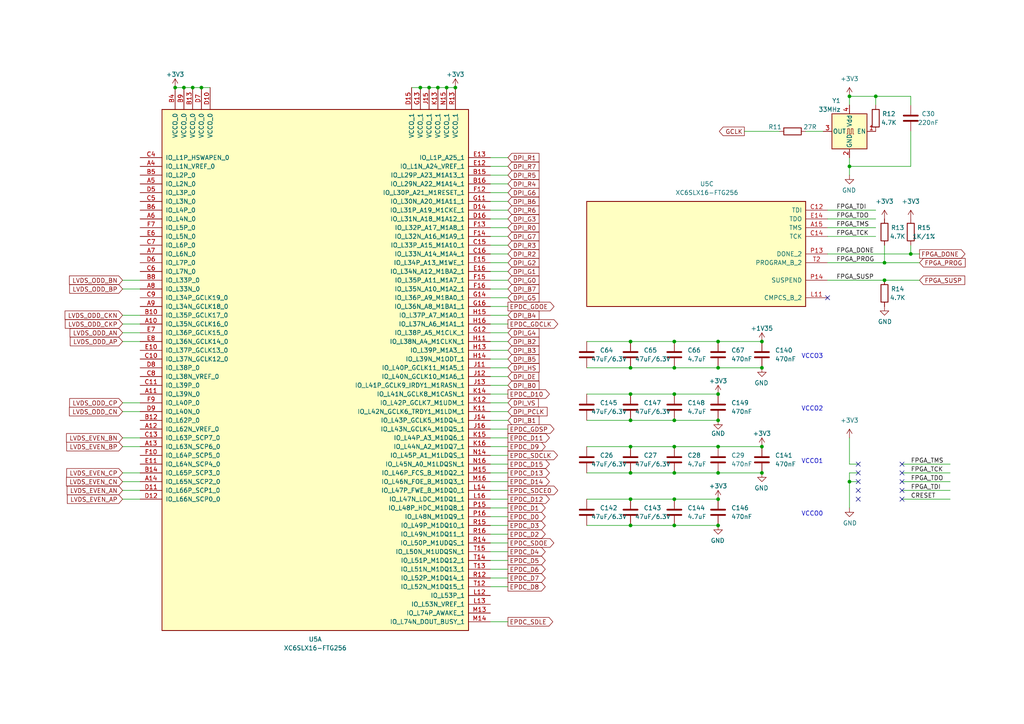
<source format=kicad_sch>
(kicad_sch (version 20231120) (generator "eeschema") (generator_version "8.0")
  (paper "A4")
  (title_block (title "Caster EPDC") (date "2022-07-03") (rev "R0.4") (company "Copyright 2022 Modos / Engineer: Wenting Zhang"))
  (junction (at 182.88 114.3))
  (junction (at 182.88 137.16))
  (junction (at 208.28 129.54))
  (junction (at 195.58 99.06))
  (junction (at 195.58 106.68))
  (junction (at 182.88 106.68))
  (junction (at 195.58 137.16))
  (junction (at 208.28 114.3))
  (junction (at 182.88 129.54))
  (junction (at 182.88 144.78))
  (junction (at 182.88 121.92))
  (junction (at 195.58 121.92))
  (junction (at 124.46 25.4))
  (junction (at 256.54 76.2))
  (junction (at 127 25.4))
  (junction (at 220.98 99.06))
  (junction (at 264.16 73.66))
  (junction (at 220.98 106.68))
  (junction (at 58.42 25.4))
  (junction (at 132.08 25.4))
  (junction (at 195.58 129.54))
  (junction (at 254 27.94))
  (junction (at 182.88 152.4))
  (junction (at 53.34 25.4))
  (junction (at 129.54 25.4))
  (junction (at 208.28 106.68))
  (junction (at 50.8 25.4))
  (junction (at 121.92 25.4))
  (junction (at 220.98 129.54))
  (junction (at 55.88 25.4))
  (junction (at 195.58 114.3))
  (junction (at 195.58 144.78))
  (junction (at 208.28 144.78))
  (junction (at 208.28 137.16))
  (junction (at 256.54 81.28))
  (junction (at 246.38 139.7) (diameter 0.9144))
  (junction (at 246.38 48.26))
  (junction (at 246.38 27.94))
  (junction (at 208.28 99.06))
  (junction (at 208.28 121.92))
  (junction (at 220.98 137.16))
  (junction (at 195.58 152.4))
  (junction (at 208.28 152.4))
  (junction (at 182.88 99.06))
  (no_connect (at 248.92 139.7))
  (no_connect (at 261.62 137.16))
  (no_connect (at 248.92 142.24))
  (no_connect (at 248.92 134.62))
  (no_connect (at 248.92 144.78))
  (no_connect (at 261.62 139.7))
  (no_connect (at 261.62 144.78))
  (no_connect (at 261.62 142.24))
  (no_connect (at 248.92 137.16))
  (no_connect (at 261.62 134.62))
  (no_connect (at 240.03 86.36))
  (wire (pts (xy 195.58 114.3) (xy 182.88 114.3)))
  (wire (pts (xy 147.32 66.04) (xy 142.24 66.04)))
  (wire (pts (xy 55.88 25.4) (xy 58.42 25.4)))
  (wire (pts (xy 58.42 25.4) (xy 60.96 25.4)))
  (wire (pts (xy 147.32 71.12) (xy 142.24 71.12)))
  (wire (pts (xy 240.03 60.96) (xy 254 60.96)))
  (wire (pts (xy 182.88 114.3) (xy 170.18 114.3)))
  (wire (pts (xy 35.56 142.24) (xy 40.64 142.24)))
  (wire (pts (xy 147.32 106.68) (xy 142.24 106.68)))
  (wire (pts (xy 208.28 137.16) (xy 220.98 137.16)))
  (wire (pts (xy 35.56 144.78) (xy 40.64 144.78)))
  (wire (pts (xy 254 27.94) (xy 254 30.48)))
  (wire (pts (xy 147.32 96.52) (xy 142.24 96.52)))
  (wire (pts (xy 142.24 144.78) (xy 147.32 144.78)))
  (wire (pts (xy 147.32 101.6) (xy 142.24 101.6)))
  (wire (pts (xy 264.16 73.66) (xy 266.7 73.66)))
  (wire (pts (xy 248.92 137.16) (xy 246.38 137.16)))
  (wire (pts (xy 195.58 129.54) (xy 208.28 129.54)))
  (wire (pts (xy 233.68 38.1) (xy 238.76 38.1)))
  (wire (pts (xy 254 63.5) (xy 240.03 63.5)))
  (wire (pts (xy 147.32 83.82) (xy 142.24 83.82)))
  (wire (pts (xy 147.32 60.96) (xy 142.24 60.96)))
  (wire (pts (xy 142.24 121.92) (xy 147.32 121.92)))
  (wire (pts (xy 142.24 154.94) (xy 147.32 154.94)))
  (wire (pts (xy 256.54 81.28) (xy 266.7 81.28)))
  (wire (pts (xy 182.88 121.92) (xy 195.58 121.92)))
  (wire (pts (xy 275.59 134.62) (xy 261.62 134.62)))
  (wire (pts (xy 182.88 99.06) (xy 170.18 99.06)))
  (wire (pts (xy 142.24 167.64) (xy 147.32 167.64)))
  (wire (pts (xy 142.24 170.18) (xy 147.32 170.18)))
  (wire (pts (xy 35.56 99.06) (xy 40.64 99.06)))
  (wire (pts (xy 147.32 111.76) (xy 142.24 111.76)))
  (wire (pts (xy 142.24 180.34) (xy 147.32 180.34)))
  (wire (pts (xy 256.54 71.12) (xy 256.54 76.2)))
  (wire (pts (xy 142.24 152.4) (xy 147.32 152.4)))
  (wire (pts (xy 240.03 73.66) (xy 264.16 73.66)))
  (wire (pts (xy 35.56 81.28) (xy 40.64 81.28)))
  (wire (pts (xy 195.58 121.92) (xy 208.28 121.92)))
  (wire (pts (xy 246.38 48.26) (xy 246.38 50.8)))
  (wire (pts (xy 246.38 45.72) (xy 246.38 48.26)))
  (wire (pts (xy 254 66.04) (xy 240.03 66.04)))
  (wire (pts (xy 195.58 114.3) (xy 208.28 114.3)))
  (wire (pts (xy 261.62 137.16) (xy 275.59 137.16)))
  (wire (pts (xy 142.24 165.1) (xy 147.32 165.1)))
  (wire (pts (xy 147.32 50.8) (xy 142.24 50.8)))
  (wire (pts (xy 119.38 25.4) (xy 121.92 25.4)))
  (wire (pts (xy 121.92 25.4) (xy 124.46 25.4)))
  (wire (pts (xy 124.46 25.4) (xy 127 25.4)))
  (wire (pts (xy 35.56 93.98) (xy 40.64 93.98)))
  (wire (pts (xy 246.38 137.16) (xy 246.38 139.7)))
  (wire (pts (xy 147.32 99.06) (xy 142.24 99.06)))
  (wire (pts (xy 248.92 139.7) (xy 246.38 139.7)))
  (wire (pts (xy 182.88 152.4) (xy 170.18 152.4)))
  (wire (pts (xy 35.56 83.82) (xy 40.64 83.82)))
  (wire (pts (xy 147.32 104.14) (xy 142.24 104.14)))
  (wire (pts (xy 147.32 109.22) (xy 142.24 109.22)))
  (wire (pts (xy 142.24 162.56) (xy 147.32 162.56)))
  (wire (pts (xy 35.56 96.52) (xy 40.64 96.52)))
  (wire (pts (xy 195.58 106.68) (xy 208.28 106.68)))
  (wire (pts (xy 142.24 147.32) (xy 147.32 147.32)))
  (wire (pts (xy 147.32 58.42) (xy 142.24 58.42)))
  (wire (pts (xy 254 68.58) (xy 240.03 68.58)))
  (wire (pts (xy 195.58 99.06) (xy 208.28 99.06)))
  (wire (pts (xy 195.58 137.16) (xy 182.88 137.16)))
  (wire (pts (xy 208.28 129.54) (xy 220.98 129.54)))
  (wire (pts (xy 182.88 144.78) (xy 170.18 144.78)))
  (wire (pts (xy 264.16 27.94) (xy 254 27.94)))
  (wire (pts (xy 264.16 27.94) (xy 264.16 30.48)))
  (wire (pts (xy 246.38 139.7) (xy 246.38 147.32)))
  (wire (pts (xy 264.16 71.12) (xy 264.16 73.66)))
  (wire (pts (xy 35.56 139.7) (xy 40.64 139.7)))
  (wire (pts (xy 182.88 129.54) (xy 170.18 129.54)))
  (wire (pts (xy 208.28 99.06) (xy 220.98 99.06)))
  (wire (pts (xy 182.88 121.92) (xy 170.18 121.92)))
  (wire (pts (xy 195.58 106.68) (xy 182.88 106.68)))
  (wire (pts (xy 208.28 106.68) (xy 220.98 106.68)))
  (wire (pts (xy 147.32 45.72) (xy 142.24 45.72)))
  (wire (pts (xy 195.58 129.54) (xy 182.88 129.54)))
  (wire (pts (xy 142.24 137.16) (xy 147.32 137.16)))
  (wire (pts (xy 142.24 124.46) (xy 147.32 124.46)))
  (wire (pts (xy 240.03 81.28) (xy 256.54 81.28)))
  (wire (pts (xy 256.54 76.2) (xy 266.7 76.2)))
  (wire (pts (xy 142.24 149.86) (xy 147.32 149.86)))
  (wire (pts (xy 246.38 134.62) (xy 248.92 134.62)))
  (wire (pts (xy 261.62 144.78) (xy 275.59 144.78)))
  (wire (pts (xy 35.56 116.84) (xy 40.64 116.84)))
  (wire (pts (xy 215.9 38.1) (xy 226.06 38.1)))
  (wire (pts (xy 142.24 139.7) (xy 147.32 139.7)))
  (wire (pts (xy 147.32 91.44) (xy 142.24 91.44)))
  (wire (pts (xy 147.32 68.58) (xy 142.24 68.58)))
  (wire (pts (xy 240.03 76.2) (xy 256.54 76.2)))
  (wire (pts (xy 147.32 81.28) (xy 142.24 81.28)))
  (wire (pts (xy 182.88 137.16) (xy 170.18 137.16)))
  (wire (pts (xy 142.24 88.9) (xy 147.32 88.9)))
  (wire (pts (xy 147.32 76.2) (xy 142.24 76.2)))
  (wire (pts (xy 142.24 134.62) (xy 147.32 134.62)))
  (wire (pts (xy 264.16 38.1) (xy 264.16 48.26)))
  (wire (pts (xy 264.16 48.26) (xy 246.38 48.26)))
  (wire (pts (xy 147.32 48.26) (xy 142.24 48.26)))
  (wire (pts (xy 246.38 127) (xy 246.38 134.62)))
  (wire (pts (xy 195.58 137.16) (xy 208.28 137.16)))
  (wire (pts (xy 147.32 55.88) (xy 142.24 55.88)))
  (wire (pts (xy 142.24 127) (xy 147.32 127)))
  (wire (pts (xy 50.8 25.4) (xy 53.34 25.4)))
  (wire (pts (xy 53.34 25.4) (xy 55.88 25.4)))
  (wire (pts (xy 142.24 132.08) (xy 147.32 132.08)))
  (wire (pts (xy 35.56 137.16) (xy 40.64 137.16)))
  (wire (pts (xy 129.54 25.4) (xy 127 25.4)))
  (wire (pts (xy 132.08 25.4) (xy 129.54 25.4)))
  (wire (pts (xy 142.24 160.02) (xy 147.32 160.02)))
  (wire (pts (xy 147.32 78.74) (xy 142.24 78.74)))
  (wire (pts (xy 147.32 53.34) (xy 142.24 53.34)))
  (wire (pts (xy 147.32 86.36) (xy 142.24 86.36)))
  (wire (pts (xy 35.56 91.44) (xy 40.64 91.44)))
  (wire (pts (xy 182.88 152.4) (xy 195.58 152.4)))
  (wire (pts (xy 275.59 142.24) (xy 261.62 142.24)))
  (wire (pts (xy 182.88 106.68) (xy 170.18 106.68)))
  (wire (pts (xy 35.56 119.38) (xy 40.64 119.38)))
  (wire (pts (xy 195.58 144.78) (xy 182.88 144.78)))
  (wire (pts (xy 147.32 119.38) (xy 142.24 119.38)))
  (wire (pts (xy 35.56 129.54) (xy 40.64 129.54)))
  (wire (pts (xy 142.24 93.98) (xy 147.32 93.98)))
  (wire (pts (xy 246.38 27.94) (xy 246.38 30.48)))
  (wire (pts (xy 35.56 127) (xy 40.64 127)))
  (wire (pts (xy 142.24 129.54) (xy 147.32 129.54)))
  (wire (pts (xy 147.32 114.3) (xy 142.24 114.3)))
  (wire (pts (xy 147.32 63.5) (xy 142.24 63.5)))
  (wire (pts (xy 246.38 27.94) (xy 254 27.94)))
  (wire (pts (xy 142.24 157.48) (xy 147.32 157.48)))
  (wire (pts (xy 195.58 144.78) (xy 208.28 144.78)))
  (wire (pts (xy 195.58 152.4) (xy 208.28 152.4)))
  (wire (pts (xy 275.59 139.7) (xy 261.62 139.7)))
  (wire (pts (xy 195.58 99.06) (xy 182.88 99.06)))
  (wire (pts (xy 142.24 142.24) (xy 147.32 142.24)))
  (wire (pts (xy 147.32 116.84) (xy 142.24 116.84)))
  (wire (pts (xy 147.32 73.66) (xy 142.24 73.66)))
  (text "VCCO1" (at 232.41 134.62 0) (effects (font (size 1.27 1.27)) (justify left bottom)))
  (text "VCCO0" (at 232.41 149.86 0) (effects (font (size 1.27 1.27)) (justify left bottom)))
  (text "VCCO3" (at 232.41 104.14 0) (effects (font (size 1.27 1.27)) (justify left bottom)))
  (text "VCCO2" (at 232.41 119.38 0) (effects (font (size 1.27 1.27)) (justify left bottom)))
  (label "FPGA_TMS" (at 242.57 66.04 0))
  (label "FPGA_PROG" (at 242.57 76.2 0))
  (label "FPGA_DONE" (at 242.57 73.66 0))
  (label "FPGA_TMS" (at 264.16 134.62 0))
  (label "FPGA_TCK" (at 242.57 68.58 0))
  (label "FPGA_SUSP" (at 242.57 81.28 0))
  (label "CRESET" (at 264.16 144.78 0))
  (label "FPGA_TCK" (at 264.16 137.16 0))
  (label "FPGA_TDO" (at 242.57 63.5 0))
  (label "FPGA_TDI" (at 242.57 60.96 0))
  (label "FPGA_TDI" (at 264.16 142.24 0))
  (label "FPGA_TDO" (at 264.16 139.7 0))
  (global_label "LVDS_ODD_CKP" (shape input) (at 35.56 93.98 180) (property "Intersheetrefs" "${INTERSHEET_REFS}" (effects (hide yes))))
  (global_label "LVDS_EVEN_BN" (shape input) (at 35.56 127 180) (property "Intersheetrefs" "${INTERSHEET_REFS}" (effects (hide yes))))
  (global_label "DPI_B3" (shape input) (at 147.32 101.6 0) (property "Intersheetrefs" "${INTERSHEET_REFS}" (effects (hide yes))))
  (global_label "EPDC_D6" (shape output) (at 147.32 165.1 0) (property "Intersheetrefs" "${INTERSHEET_REFS}" (effects (hide yes))))
  (global_label "EPDC_SDCLK" (shape output) (at 147.32 132.08 0) (property "Intersheetrefs" "${INTERSHEET_REFS}" (effects (hide yes))))
  (global_label "DPI_R2" (shape input) (at 147.32 73.66 0) (property "Intersheetrefs" "${INTERSHEET_REFS}" (effects (hide yes))))
  (global_label "EPDC_D9" (shape output) (at 147.32 129.54 0) (property "Intersheetrefs" "${INTERSHEET_REFS}" (effects (hide yes))))
  (global_label "DPI_R1" (shape input) (at 147.32 45.72 0) (property "Intersheetrefs" "${INTERSHEET_REFS}" (effects (hide yes))))
  (global_label "LVDS_ODD_CN" (shape input) (at 35.56 119.38 180) (property "Intersheetrefs" "${INTERSHEET_REFS}" (effects (hide yes))))
  (global_label "LVDS_ODD_BN" (shape input) (at 35.56 81.28 180) (property "Intersheetrefs" "${INTERSHEET_REFS}" (effects (hide yes))))
  (global_label "LVDS_ODD_BP" (shape input) (at 35.56 83.82 180) (property "Intersheetrefs" "${INTERSHEET_REFS}" (effects (hide yes))))
  (global_label "EPDC_D13" (shape output) (at 147.32 137.16 0) (property "Intersheetrefs" "${INTERSHEET_REFS}" (effects (hide yes))))
  (global_label "FPGA_DONE" (shape output) (at 266.7 73.66 0) (property "Intersheetrefs" "${INTERSHEET_REFS}" (effects (hide yes))))
  (global_label "DPI_R5" (shape input) (at 147.32 50.8 0) (property "Intersheetrefs" "${INTERSHEET_REFS}" (effects (hide yes))))
  (global_label "EPDC_D11" (shape output) (at 147.32 127 0) (property "Intersheetrefs" "${INTERSHEET_REFS}" (effects (hide yes))))
  (global_label "EPDC_GDOE" (shape output) (at 147.32 88.9 0) (property "Intersheetrefs" "${INTERSHEET_REFS}" (effects (hide yes))))
  (global_label "EPDC_D3" (shape output) (at 147.32 152.4 0) (property "Intersheetrefs" "${INTERSHEET_REFS}" (effects (hide yes))))
  (global_label "EPDC_D0" (shape output) (at 147.32 149.86 0) (property "Intersheetrefs" "${INTERSHEET_REFS}" (effects (hide yes))))
  (global_label "LVDS_EVEN_CN" (shape input) (at 35.56 139.7 180) (property "Intersheetrefs" "${INTERSHEET_REFS}" (effects (hide yes))))
  (global_label "DPI_R6" (shape input) (at 147.32 60.96 0) (property "Intersheetrefs" "${INTERSHEET_REFS}" (effects (hide yes))))
  (global_label "EPDC_GDSP" (shape output) (at 147.32 124.46 0) (property "Intersheetrefs" "${INTERSHEET_REFS}" (effects (hide yes))))
  (global_label "DPI_R0" (shape input) (at 147.32 66.04 0) (property "Intersheetrefs" "${INTERSHEET_REFS}" (effects (hide yes))))
  (global_label "DPI_G0" (shape input) (at 147.32 81.28 0) (property "Intersheetrefs" "${INTERSHEET_REFS}" (effects (hide yes))))
  (global_label "EPDC_D15" (shape output) (at 147.32 134.62 0) (property "Intersheetrefs" "${INTERSHEET_REFS}" (effects (hide yes))))
  (global_label "DPI_DE" (shape input) (at 147.32 109.22 0) (property "Intersheetrefs" "${INTERSHEET_REFS}" (effects (hide yes))))
  (global_label "DPI_B0" (shape input) (at 147.32 111.76 0) (property "Intersheetrefs" "${INTERSHEET_REFS}" (effects (hide yes))))
  (global_label "LVDS_ODD_CKN" (shape input) (at 35.56 91.44 180) (property "Intersheetrefs" "${INTERSHEET_REFS}" (effects (hide yes))))
  (global_label "DPI_B5" (shape input) (at 147.32 104.14 0) (property "Intersheetrefs" "${INTERSHEET_REFS}" (effects (hide yes))))
  (global_label "LVDS_ODD_AP" (shape input) (at 35.56 99.06 180) (property "Intersheetrefs" "${INTERSHEET_REFS}" (effects (hide yes))))
  (global_label "DPI_G1" (shape input) (at 147.32 78.74 0) (property "Intersheetrefs" "${INTERSHEET_REFS}" (effects (hide yes))))
  (global_label "LVDS_ODD_AN" (shape input) (at 35.56 96.52 180) (property "Intersheetrefs" "${INTERSHEET_REFS}" (effects (hide yes))))
  (global_label "DPI_G5" (shape input) (at 147.32 86.36 0) (property "Intersheetrefs" "${INTERSHEET_REFS}" (effects (hide yes))))
  (global_label "EPDC_D4" (shape output) (at 147.32 160.02 0) (property "Intersheetrefs" "${INTERSHEET_REFS}" (effects (hide yes))))
  (global_label "DPI_PCLK" (shape input) (at 147.32 119.38 0) (property "Intersheetrefs" "${INTERSHEET_REFS}" (effects (hide yes))))
  (global_label "LVDS_ODD_CP" (shape input) (at 35.56 116.84 180) (property "Intersheetrefs" "${INTERSHEET_REFS}" (effects (hide yes))))
  (global_label "DPI_R7" (shape input) (at 147.32 48.26 0) (property "Intersheetrefs" "${INTERSHEET_REFS}" (effects (hide yes))))
  (global_label "DPI_VS" (shape input) (at 147.32 116.84 0) (property "Intersheetrefs" "${INTERSHEET_REFS}" (effects (hide yes))))
  (global_label "DPI_B4" (shape input) (at 147.32 91.44 0) (property "Intersheetrefs" "${INTERSHEET_REFS}" (effects (hide yes))))
  (global_label "EPDC_SDOE" (shape output) (at 147.32 157.48 0) (property "Intersheetrefs" "${INTERSHEET_REFS}" (effects (hide yes))))
  (global_label "DPI_HS" (shape input) (at 147.32 106.68 0) (property "Intersheetrefs" "${INTERSHEET_REFS}" (effects (hide yes))))
  (global_label "EPDC_SDCE0" (shape output) (at 147.32 142.24 0) (property "Intersheetrefs" "${INTERSHEET_REFS}" (effects (hide yes))))
  (global_label "EPDC_D10" (shape output) (at 147.32 114.3 0) (property "Intersheetrefs" "${INTERSHEET_REFS}" (effects (hide yes))))
  (global_label "FPGA_PROG" (shape input) (at 266.7 76.2 0) (property "Intersheetrefs" "${INTERSHEET_REFS}" (effects (hide yes))))
  (global_label "GCLK" (shape output) (at 215.9 38.1 180) (property "Intersheetrefs" "${INTERSHEET_REFS}" (effects (hide yes))))
  (global_label "FPGA_SUSP" (shape input) (at 266.7 81.28 0) (property "Intersheetrefs" "${INTERSHEET_REFS}" (effects (hide yes))))
  (global_label "DPI_R4" (shape input) (at 147.32 53.34 0) (property "Intersheetrefs" "${INTERSHEET_REFS}" (effects (hide yes))))
  (global_label "LVDS_EVEN_AN" (shape input) (at 35.56 142.24 180) (property "Intersheetrefs" "${INTERSHEET_REFS}" (effects (hide yes))))
  (global_label "EPDC_D8" (shape output) (at 147.32 170.18 0) (property "Intersheetrefs" "${INTERSHEET_REFS}" (effects (hide yes))))
  (global_label "LVDS_EVEN_BP" (shape input) (at 35.56 129.54 180) (property "Intersheetrefs" "${INTERSHEET_REFS}" (effects (hide yes))))
  (global_label "EPDC_D7" (shape output) (at 147.32 167.64 0) (property "Intersheetrefs" "${INTERSHEET_REFS}" (effects (hide yes))))
  (global_label "EPDC_D14" (shape output) (at 147.32 139.7 0) (property "Intersheetrefs" "${INTERSHEET_REFS}" (effects (hide yes))))
  (global_label "EPDC_D2" (shape output) (at 147.32 154.94 0) (property "Intersheetrefs" "${INTERSHEET_REFS}" (effects (hide yes))))
  (global_label "EPDC_SDLE" (shape output) (at 147.32 180.34 0) (property "Intersheetrefs" "${INTERSHEET_REFS}" (effects (hide yes))))
  (global_label "DPI_B1" (shape input) (at 147.32 121.92 0) (property "Intersheetrefs" "${INTERSHEET_REFS}" (effects (hide yes))))
  (global_label "DPI_G6" (shape input) (at 147.32 55.88 0) (property "Intersheetrefs" "${INTERSHEET_REFS}" (effects (hide yes))))
  (global_label "DPI_G4" (shape input) (at 147.32 96.52 0) (property "Intersheetrefs" "${INTERSHEET_REFS}" (effects (hide yes))))
  (global_label "DPI_G7" (shape input) (at 147.32 68.58 0) (property "Intersheetrefs" "${INTERSHEET_REFS}" (effects (hide yes))))
  (global_label "DPI_B6" (shape input) (at 147.32 58.42 0) (property "Intersheetrefs" "${INTERSHEET_REFS}" (effects (hide yes))))
  (global_label "DPI_B2" (shape input) (at 147.32 99.06 0) (property "Intersheetrefs" "${INTERSHEET_REFS}" (effects (hide yes))))
  (global_label "EPDC_D5" (shape output) (at 147.32 162.56 0) (property "Intersheetrefs" "${INTERSHEET_REFS}" (effects (hide yes))))
  (global_label "EPDC_GDCLK" (shape output) (at 147.32 93.98 0) (property "Intersheetrefs" "${INTERSHEET_REFS}" (effects (hide yes))))
  (global_label "LVDS_EVEN_CP" (shape input) (at 35.56 137.16 180) (property "Intersheetrefs" "${INTERSHEET_REFS}" (effects (hide yes))))
  (global_label "DPI_G2" (shape input) (at 147.32 76.2 0) (property "Intersheetrefs" "${INTERSHEET_REFS}" (effects (hide yes))))
  (global_label "EPDC_D12" (shape output) (at 147.32 144.78 0) (property "Intersheetrefs" "${INTERSHEET_REFS}" (effects (hide yes))))
  (global_label "DPI_G3" (shape input) (at 147.32 63.5 0) (property "Intersheetrefs" "${INTERSHEET_REFS}" (effects (hide yes))))
  (global_label "DPI_R3" (shape input) (at 147.32 71.12 0) (property "Intersheetrefs" "${INTERSHEET_REFS}" (effects (hide yes))))
  (global_label "EPDC_D1" (shape output) (at 147.32 147.32 0) (property "Intersheetrefs" "${INTERSHEET_REFS}" (effects (hide yes))))
  (global_label "DPI_B7" (shape input) (at 147.32 83.82 0) (property "Intersheetrefs" "${INTERSHEET_REFS}" (effects (hide yes))))
  (global_label "LVDS_EVEN_AP" (shape input) (at 35.56 144.78 180) (property "Intersheetrefs" "${INTERSHEET_REFS}" (effects (hide yes))))
  (symbol (lib_id "power:GND") (at 246.38 147.32 0) (unit 1)
    (property "Reference" "#PWR044" (effects (hide yes)))
    (property "Value" "GND" (at 246.507 151.7142 0))
  )
  (symbol (lib_id "power:+3V3") (at 256.54 63.5 0) (unit 1)
    (property "Reference" "#PWR045" (effects (hide yes)))
    (property "Value" "+3V3" (at 256.54 58.42 0))
  )
  (symbol (lib_id "Device:C") (at 264.16 34.29 0) (mirror x) (unit 1)
    (property "Reference" "C30" (at 269.24 33.02 0))
    (property "Value" "220nF" (at 269.24 35.56 0))
    (property "Footprint" "Capacitor_SMD:C_0402_1005Metric" (effects (hide yes)))
    (property "LCSC" "C880414" (effects (hide yes)))
    (property "Ref.Price" "0.0036" (effects (hide yes)))
  )
  (symbol (lib_id "Device:R") (at 256.54 67.31 0) (mirror y) (unit 1)
    (property "Reference" "R13" (at 260.35 66.04 0))
    (property "Value" "4.7K" (at 260.35 68.58 0))
    (property "Footprint" "Resistor_SMD:R_0402_1005Metric" (effects (hide yes)))
    (property "LCSC" "C105870" (effects (hide yes)))
    (property "Ref.Price" "0.0006" (effects (hide yes)))
  )
  (symbol (lib_id "Device:C") (at 220.98 102.87 0) (unit 1)
    (property "Reference" "C140" (at 224.79 101.6 0) (effects (justify left)))
    (property "Value" "470nF" (at 224.79 104.14 0) (effects (justify left)))
    (property "Footprint" "Capacitor_SMD:C_0402_1005Metric" (effects (hide yes)))
    (property "LCSC" "C880414" (effects (hide yes)))
    (property "Ref.Price" "0.0036" (effects (hide yes)))
  )
  (symbol (lib_id "power:GND") (at 208.28 121.92 0) (mirror y) (unit 1)
    (property "Reference" "#PWR0168" (effects (hide yes)))
    (property "Value" "GND" (at 208.28 125.73 0))
  )
  (symbol (lib_id "power:+1V35") (at 220.98 99.06 0) (mirror y) (unit 1)
    (property "Reference" "#PWR038" (effects (hide yes)))
    (property "Value" "+1V35" (at 220.98 95.25 0))
  )
  (symbol (lib_id "Device:C") (at 170.18 118.11 0) (unit 1)
    (property "Reference" "C145" (at 173.99 116.84 0) (effects (justify left)))
    (property "Value" "47uF/6.3V" (at 171.45 119.38 0) (effects (justify left)))
    (property "Footprint" "Capacitor_SMD:C_0603_1608Metric" (effects (hide yes)))
    (property "LCSC" "C880414" (effects (hide yes)))
    (property "Ref.Price" "0.0036" (effects (hide yes)))
  )
  (symbol (lib_id "Device:C") (at 195.58 102.87 0) (unit 1)
    (property "Reference" "C66" (at 199.39 101.6 0) (effects (justify left)))
    (property "Value" "4.7uF" (at 199.39 104.14 0) (effects (justify left)))
    (property "Footprint" "Capacitor_SMD:C_0402_1005Metric" (effects (hide yes)))
    (property "LCSC" "C880414" (effects (hide yes)))
    (property "Ref.Price" "0.0036" (effects (hide yes)))
  )
  (symbol (lib_id "Device:R") (at 256.54 85.09 0) (mirror y) (unit 1)
    (property "Reference" "R14" (at 260.35 83.82 0))
    (property "Value" "4.7K" (at 260.35 86.36 0))
    (property "Footprint" "Resistor_SMD:R_0402_1005Metric" (effects (hide yes)))
    (property "LCSC" "C105870" (effects (hide yes)))
    (property "Ref.Price" "0.0006" (effects (hide yes)))
  )
  (symbol (lib_id "Device:C") (at 195.58 118.11 0) (unit 1)
    (property "Reference" "C148" (at 199.39 116.84 0) (effects (justify left)))
    (property "Value" "4.7uF" (at 199.39 119.38 0) (effects (justify left)))
    (property "Footprint" "Capacitor_SMD:C_0402_1005Metric" (effects (hide yes)))
    (property "LCSC" "C880414" (effects (hide yes)))
    (property "Ref.Price" "0.0036" (effects (hide yes)))
  )
  (symbol (lib_id "Device:C") (at 182.88 118.11 0) (unit 1)
    (property "Reference" "C147" (at 186.69 116.84 0) (effects (justify left)))
    (property "Value" "47uF/6.3V" (at 184.15 119.38 0) (effects (justify left)))
    (property "Footprint" "Capacitor_SMD:C_0603_1608Metric" (effects (hide yes)))
    (property "LCSC" "C880414" (effects (hide yes)))
    (property "Ref.Price" "0.0036" (effects (hide yes)))
  )
  (symbol (lib_id "power:+3V3") (at 220.98 129.54 0) (unit 1)
    (property "Reference" "#PWR034" (effects (hide yes)))
    (property "Value" "+3V3" (at 220.98 125.73 0))
  )
  (symbol (lib_id "Device:C") (at 220.98 133.35 0) (unit 1)
    (property "Reference" "C141" (at 224.79 132.08 0) (effects (justify left)))
    (property "Value" "470nF" (at 224.79 134.62 0) (effects (justify left)))
    (property "Footprint" "Capacitor_SMD:C_0402_1005Metric" (effects (hide yes)))
    (property "LCSC" "C880414" (effects (hide yes)))
    (property "Ref.Price" "0.0036" (effects (hide yes)))
  )
  (symbol (lib_id "Device:C") (at 170.18 133.35 0) (unit 1)
    (property "Reference" "C26" (at 173.99 132.08 0) (effects (justify left)))
    (property "Value" "47uF/6.3V" (at 171.45 134.62 0) (effects (justify left)))
    (property "Footprint" "Capacitor_SMD:C_0603_1608Metric" (effects (hide yes)))
    (property "LCSC" "C880414" (effects (hide yes)))
    (property "Ref.Price" "0.0036" (effects (hide yes)))
  )
  (symbol (lib_id "Device:C") (at 208.28 102.87 0) (unit 1)
    (property "Reference" "C67" (at 212.09 101.6 0) (effects (justify left)))
    (property "Value" "470nF" (at 212.09 104.14 0) (effects (justify left)))
    (property "Footprint" "Capacitor_SMD:C_0402_1005Metric" (effects (hide yes)))
    (property "LCSC" "C880414" (effects (hide yes)))
    (property "Ref.Price" "0.0036" (effects (hide yes)))
  )
  (symbol (lib_id "power:GND") (at 208.28 152.4 0) (mirror y) (unit 1)
    (property "Reference" "#PWR0166" (effects (hide yes)))
    (property "Value" "GND" (at 208.153 156.7942 0))
  )
  (symbol (lib_id "Device:C") (at 208.28 133.35 0) (unit 1)
    (property "Reference" "C29" (at 212.09 132.08 0) (effects (justify left)))
    (property "Value" "470nF" (at 212.09 134.62 0) (effects (justify left)))
    (property "Footprint" "Capacitor_SMD:C_0402_1005Metric" (effects (hide yes)))
    (property "LCSC" "C880414" (effects (hide yes)))
    (property "Ref.Price" "0.0036" (effects (hide yes)))
  )
  (symbol (lib_id "power:GND") (at 220.98 137.16 0) (mirror y) (unit 1)
    (property "Reference" "#PWR037" (effects (hide yes)))
    (property "Value" "GND" (at 220.853 141.5542 0))
  )
  (symbol (lib_id "power:GND") (at 246.38 50.8 0) (mirror y) (unit 1)
    (property "Reference" "#PWR042" (effects (hide yes)))
    (property "Value" "GND" (at 246.253 55.1942 0))
  )
  (symbol (lib_id "power:+3V3") (at 208.28 114.3 0) (unit 1)
    (property "Reference" "#PWR0167" (effects (hide yes)))
    (property "Value" "+3V3" (at 208.28 110.49 0))
  )
  (symbol (lib_id "Device:C") (at 208.28 118.11 0) (unit 1)
    (property "Reference" "C149" (at 212.09 116.84 0) (effects (justify left)))
    (property "Value" "470nF" (at 212.09 119.38 0) (effects (justify left)))
    (property "Footprint" "Capacitor_SMD:C_0402_1005Metric" (effects (hide yes)))
    (property "LCSC" "C880414" (effects (hide yes)))
    (property "Ref.Price" "0.0036" (effects (hide yes)))
  )
  (symbol (lib_id "FPGA_Xilinx_Spartan6:XC6SLX16-FTG256") (at 91.44 104.14 0) (unit 1)
    (property "Reference" "U5" (at 91.44 185.42 0))
    (property "Value" "XC6SLX16-FTG256" (at 91.44 187.96 0))
    (property "Footprint" "footprints:Xilinx_FTG256" (effects (hide yes)))
    (property "LCSC" "C39313" (effects (hide yes)))
    (property "Ref.Price" "7.4837" (effects (hide yes)))
  )
  (symbol (lib_id "Device:C") (at 208.28 148.59 0) (unit 1)
    (property "Reference" "C146" (at 212.09 147.32 0) (effects (justify left)))
    (property "Value" "470nF" (at 212.09 149.86 0) (effects (justify left)))
    (property "Footprint" "Capacitor_SMD:C_0402_1005Metric" (effects (hide yes)))
    (property "LCSC" "C880414" (effects (hide yes)))
    (property "Ref.Price" "0.0036" (effects (hide yes)))
  )
  (symbol (lib_id "power:GND") (at 220.98 106.68 0) (mirror y) (unit 1)
    (property "Reference" "#PWR0100" (effects (hide yes)))
    (property "Value" "GND" (at 220.853 111.0742 0))
  )
  (symbol (lib_id "power:+3V3") (at 246.38 127 0) (unit 1)
    (property "Reference" "#PWR043" (effects (hide yes)))
    (property "Value" "+3V3" (at 246.38 121.92 0))
  )
  (symbol (lib_id "FPGA_Xilinx_Spartan6:XC6SLX16-FTG256") (at 201.93 73.66 0) (unit 3)
    (property "Reference" "U5" (at 205.0415 53.34 0))
    (property "Value" "XC6SLX16-FTG256" (at 205.0415 55.88 0))
    (property "Footprint" "footprints:Xilinx_FTG256" (effects (hide yes)))
    (property "LCSC" "C39313" (effects (hide yes)))
    (property "Ref.Price" "7.4837" (effects (hide yes)))
  )
  (symbol (lib_id "Device:C") (at 182.88 102.87 0) (unit 1)
    (property "Reference" "C65" (at 186.69 101.6 0) (effects (justify left)))
    (property "Value" "47uF/6.3V" (at 184.15 104.14 0) (effects (justify left)))
    (property "Footprint" "Capacitor_SMD:C_0603_1608Metric" (effects (hide yes)))
    (property "LCSC" "C880414" (effects (hide yes)))
    (property "Ref.Price" "0.0036" (effects (hide yes)))
  )
  (symbol (lib_id "Device:C") (at 170.18 102.87 0) (unit 1)
    (property "Reference" "C64" (at 173.99 101.6 0) (effects (justify left)))
    (property "Value" "47uF/6.3V" (at 171.45 104.14 0) (effects (justify left)))
    (property "Footprint" "Capacitor_SMD:C_0603_1608Metric" (effects (hide yes)))
    (property "LCSC" "C880414" (effects (hide yes)))
    (property "Ref.Price" "0.0036" (effects (hide yes)))
  )
  (symbol (lib_id "power:+3V3") (at 208.28 144.78 0) (unit 1)
    (property "Reference" "#PWR040" (effects (hide yes)))
    (property "Value" "+3V3" (at 208.28 140.97 0))
  )
  (symbol (lib_id "Device:C") (at 195.58 133.35 0) (unit 1)
    (property "Reference" "C28" (at 199.39 132.08 0) (effects (justify left)))
    (property "Value" "4.7uF" (at 199.39 134.62 0) (effects (justify left)))
    (property "Footprint" "Capacitor_SMD:C_0402_1005Metric" (effects (hide yes)))
    (property "LCSC" "C880414" (effects (hide yes)))
    (property "Ref.Price" "0.0036" (effects (hide yes)))
  )
  (symbol (lib_id "power:+3V3") (at 50.8 25.4 0) (mirror y) (unit 1)
    (property "Reference" "#PWR036" (effects (hide yes)))
    (property "Value" "+3V3" (at 50.8 21.59 0))
  )
  (symbol (lib_id "Device:C") (at 195.58 148.59 0) (unit 1)
    (property "Reference" "C144" (at 199.39 147.32 0) (effects (justify left)))
    (property "Value" "4.7uF" (at 199.39 149.86 0) (effects (justify left)))
    (property "Footprint" "Capacitor_SMD:C_0402_1005Metric" (effects (hide yes)))
    (property "LCSC" "C880414" (effects (hide yes)))
    (property "Ref.Price" "0.0036" (effects (hide yes)))
  )
  (symbol (lib_id "power:GND") (at 256.54 88.9 0) (unit 1)
    (property "Reference" "#PWR046" (effects (hide yes)))
    (property "Value" "GND" (at 256.667 93.2942 0))
  )
  (symbol (lib_id "Device:C") (at 182.88 148.59 0) (unit 1)
    (property "Reference" "C143" (at 186.69 147.32 0) (effects (justify left)))
    (property "Value" "47uF/6.3V" (at 184.15 149.86 0) (effects (justify left)))
    (property "Footprint" "Capacitor_SMD:C_0603_1608Metric" (effects (hide yes)))
    (property "LCSC" "C880414" (effects (hide yes)))
    (property "Ref.Price" "0.0036" (effects (hide yes)))
  )
  (symbol (lib_id "power:+3V3") (at 264.16 63.5 0) (unit 1)
    (property "Reference" "#PWR047" (effects (hide yes)))
    (property "Value" "+3V3" (at 264.16 58.42 0))
  )
  (symbol (lib_id "Device:R") (at 264.16 67.31 0) (mirror y) (unit 1)
    (property "Reference" "R15" (at 267.97 66.04 0))
    (property "Value" "1K/1%" (at 267.97 68.58 0))
    (property "Footprint" "Resistor_SMD:R_0402_1005Metric" (effects (hide yes)))
    (property "LCSC" "C105870" (effects (hide yes)))
    (property "Ref.Price" "0.0006" (effects (hide yes)))
  )
  (symbol (lib_id "Device:R") (at 254 34.29 0) (mirror y) (unit 1)
    (property "Reference" "R12" (at 257.81 33.02 0))
    (property "Value" "4.7K" (at 257.81 35.56 0))
    (property "Footprint" "Resistor_SMD:R_0402_1005Metric" (effects (hide yes)))
    (property "LCSC" "C105870" (effects (hide yes)))
    (property "Ref.Price" "0.0006" (effects (hide yes)))
  )
  (symbol (lib_id "Oscillator:ASE-xxxMHz") (at 246.38 38.1 0) (mirror y) (unit 1)
    (property "Reference" "Y1" (at 243.84 29.21 0) (effects (justify left)))
    (property "Value" "33MHz" (at 243.84 31.75 0) (effects (justify left)))
    (property "Footprint" "Oscillator:Oscillator_SMD_Abracon_ASE-4Pin_3.2x2.5mm" (effects (hide yes)))
    (property "Datasheet" "http://www.abracon.com/Oscillators/ASV.pdf" (effects (hide yes)))
    (property "LCSC" "C252339" (effects (hide yes)))
    (property "Ref.Price" "0.5014" (effects (hide yes)))
  )
  (symbol (lib_id "Device:C") (at 182.88 133.35 0) (unit 1)
    (property "Reference" "C27" (at 186.69 132.08 0) (effects (justify left)))
    (property "Value" "47uF/6.3V" (at 184.15 134.62 0) (effects (justify left)))
    (property "Footprint" "Capacitor_SMD:C_0603_1608Metric" (effects (hide yes)))
    (property "LCSC" "C880414" (effects (hide yes)))
    (property "Ref.Price" "0.0036" (effects (hide yes)))
  )
  (symbol (lib_id "power:+3V3") (at 132.08 25.4 0) (mirror y) (unit 1)
    (property "Reference" "#PWR039" (effects (hide yes)))
    (property "Value" "+3V3" (at 132.08 21.59 0))
  )
  (symbol (lib_id "power:+3V3") (at 246.38 27.94 0) (unit 1)
    (property "Reference" "#PWR041" (effects (hide yes)))
    (property "Value" "+3V3" (at 246.38 22.86 0))
  )
  (symbol (lib_id "Device:C") (at 170.18 148.59 0) (unit 1)
    (property "Reference" "C142" (at 173.99 147.32 0) (effects (justify left)))
    (property "Value" "47uF/6.3V" (at 171.45 149.86 0) (effects (justify left)))
    (property "Footprint" "Capacitor_SMD:C_0603_1608Metric" (effects (hide yes)))
    (property "LCSC" "C880414" (effects (hide yes)))
    (property "Ref.Price" "0.0036" (effects (hide yes)))
  )
  (symbol (lib_id "Device:R") (at 229.87 38.1 90) (unit 1)
    (property "Reference" "R11" (at 224.79 36.83 90))
    (property "Value" "27R" (at 234.95 36.83 90))
    (property "Footprint" "Resistor_SMD:R_0402_1005Metric" (effects (hide yes)))
    (property "LCSC" "C93929" (effects (hide yes)))
    (property "Ref.Price" "0.002" (effects (hide yes)))
  )
)
</source>
